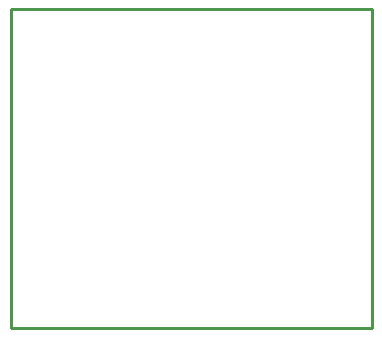
<source format=gm1>
G04*
G04 #@! TF.GenerationSoftware,Altium Limited,Altium Designer,20.0.13 (296)*
G04*
G04 Layer_Color=16711935*
%FSLAX25Y25*%
%MOIN*%
G70*
G01*
G75*
%ADD10C,0.01000*%
D10*
X283100Y228500D02*
Y334900D01*
Y228500D02*
X403500D01*
Y334900D01*
X283100D02*
X403500D01*
M02*

</source>
